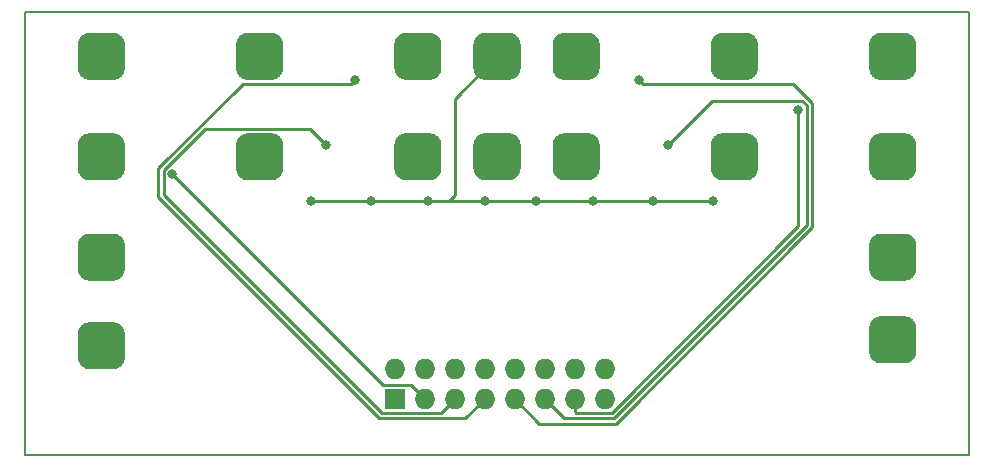
<source format=gbr>
G04 #@! TF.GenerationSoftware,KiCad,Pcbnew,(5.1.7-0-10_14)*
G04 #@! TF.CreationDate,2021-05-07T19:31:10+02:00*
G04 #@! TF.ProjectId,National Keyboard Mux Board,4e617469-6f6e-4616-9c20-4b6579626f61,rev?*
G04 #@! TF.SameCoordinates,Original*
G04 #@! TF.FileFunction,Copper,L2,Bot*
G04 #@! TF.FilePolarity,Positive*
%FSLAX46Y46*%
G04 Gerber Fmt 4.6, Leading zero omitted, Abs format (unit mm)*
G04 Created by KiCad (PCBNEW (5.1.7-0-10_14)) date 2021-05-07 19:31:10*
%MOMM*%
%LPD*%
G01*
G04 APERTURE LIST*
G04 #@! TA.AperFunction,Profile*
%ADD10C,0.150000*%
G04 #@! TD*
G04 #@! TA.AperFunction,ComponentPad*
%ADD11R,1.727200X1.727200*%
G04 #@! TD*
G04 #@! TA.AperFunction,ComponentPad*
%ADD12O,1.727200X1.727200*%
G04 #@! TD*
G04 #@! TA.AperFunction,ViaPad*
%ADD13C,0.800000*%
G04 #@! TD*
G04 #@! TA.AperFunction,Conductor*
%ADD14C,0.250000*%
G04 #@! TD*
G04 APERTURE END LIST*
D10*
X70000000Y-102250000D02*
X70000000Y-64750000D01*
X150000000Y-102250000D02*
X70000000Y-102250000D01*
X150000000Y-64750000D02*
X150000000Y-102250000D01*
X70000000Y-64750000D02*
X150000000Y-64750000D01*
D11*
X101346000Y-97500000D03*
D12*
X101346000Y-94960000D03*
X103886000Y-97500000D03*
X103886000Y-94960000D03*
X106426000Y-97500000D03*
X106426000Y-94960000D03*
X108966000Y-97500000D03*
X108966000Y-94960000D03*
X111506000Y-97500000D03*
X111506000Y-94960000D03*
X114046000Y-97500000D03*
X114046000Y-94960000D03*
X116586000Y-97500000D03*
X116586000Y-94960000D03*
X119126000Y-97500000D03*
X119126000Y-94960000D03*
G04 #@! TA.AperFunction,ComponentPad*
G36*
G01*
X74500000Y-86500000D02*
X74500000Y-84500000D01*
G75*
G02*
X75500000Y-83500000I1000000J0D01*
G01*
X77500000Y-83500000D01*
G75*
G02*
X78500000Y-84500000I0J-1000000D01*
G01*
X78500000Y-86500000D01*
G75*
G02*
X77500000Y-87500000I-1000000J0D01*
G01*
X75500000Y-87500000D01*
G75*
G02*
X74500000Y-86500000I0J1000000D01*
G01*
G37*
G04 #@! TD.AperFunction*
G04 #@! TA.AperFunction,ComponentPad*
G36*
G01*
X74500000Y-94000000D02*
X74500000Y-92000000D01*
G75*
G02*
X75500000Y-91000000I1000000J0D01*
G01*
X77500000Y-91000000D01*
G75*
G02*
X78500000Y-92000000I0J-1000000D01*
G01*
X78500000Y-94000000D01*
G75*
G02*
X77500000Y-95000000I-1000000J0D01*
G01*
X75500000Y-95000000D01*
G75*
G02*
X74500000Y-94000000I0J1000000D01*
G01*
G37*
G04 #@! TD.AperFunction*
G04 #@! TA.AperFunction,ComponentPad*
G36*
G01*
X74500000Y-69500000D02*
X74500000Y-67500000D01*
G75*
G02*
X75500000Y-66500000I1000000J0D01*
G01*
X77500000Y-66500000D01*
G75*
G02*
X78500000Y-67500000I0J-1000000D01*
G01*
X78500000Y-69500000D01*
G75*
G02*
X77500000Y-70500000I-1000000J0D01*
G01*
X75500000Y-70500000D01*
G75*
G02*
X74500000Y-69500000I0J1000000D01*
G01*
G37*
G04 #@! TD.AperFunction*
G04 #@! TA.AperFunction,ComponentPad*
G36*
G01*
X74500000Y-78000000D02*
X74500000Y-76000000D01*
G75*
G02*
X75500000Y-75000000I1000000J0D01*
G01*
X77500000Y-75000000D01*
G75*
G02*
X78500000Y-76000000I0J-1000000D01*
G01*
X78500000Y-78000000D01*
G75*
G02*
X77500000Y-79000000I-1000000J0D01*
G01*
X75500000Y-79000000D01*
G75*
G02*
X74500000Y-78000000I0J1000000D01*
G01*
G37*
G04 #@! TD.AperFunction*
G04 #@! TA.AperFunction,ComponentPad*
G36*
G01*
X87900000Y-69500000D02*
X87900000Y-67500000D01*
G75*
G02*
X88900000Y-66500000I1000000J0D01*
G01*
X90900000Y-66500000D01*
G75*
G02*
X91900000Y-67500000I0J-1000000D01*
G01*
X91900000Y-69500000D01*
G75*
G02*
X90900000Y-70500000I-1000000J0D01*
G01*
X88900000Y-70500000D01*
G75*
G02*
X87900000Y-69500000I0J1000000D01*
G01*
G37*
G04 #@! TD.AperFunction*
G04 #@! TA.AperFunction,ComponentPad*
G36*
G01*
X87900000Y-78000000D02*
X87900000Y-76000000D01*
G75*
G02*
X88900000Y-75000000I1000000J0D01*
G01*
X90900000Y-75000000D01*
G75*
G02*
X91900000Y-76000000I0J-1000000D01*
G01*
X91900000Y-78000000D01*
G75*
G02*
X90900000Y-79000000I-1000000J0D01*
G01*
X88900000Y-79000000D01*
G75*
G02*
X87900000Y-78000000I0J1000000D01*
G01*
G37*
G04 #@! TD.AperFunction*
G04 #@! TA.AperFunction,ComponentPad*
G36*
G01*
X101300000Y-69500000D02*
X101300000Y-67500000D01*
G75*
G02*
X102300000Y-66500000I1000000J0D01*
G01*
X104300000Y-66500000D01*
G75*
G02*
X105300000Y-67500000I0J-1000000D01*
G01*
X105300000Y-69500000D01*
G75*
G02*
X104300000Y-70500000I-1000000J0D01*
G01*
X102300000Y-70500000D01*
G75*
G02*
X101300000Y-69500000I0J1000000D01*
G01*
G37*
G04 #@! TD.AperFunction*
G04 #@! TA.AperFunction,ComponentPad*
G36*
G01*
X101300000Y-78000000D02*
X101300000Y-76000000D01*
G75*
G02*
X102300000Y-75000000I1000000J0D01*
G01*
X104300000Y-75000000D01*
G75*
G02*
X105300000Y-76000000I0J-1000000D01*
G01*
X105300000Y-78000000D01*
G75*
G02*
X104300000Y-79000000I-1000000J0D01*
G01*
X102300000Y-79000000D01*
G75*
G02*
X101300000Y-78000000I0J1000000D01*
G01*
G37*
G04 #@! TD.AperFunction*
G04 #@! TA.AperFunction,ComponentPad*
G36*
G01*
X114700000Y-69500000D02*
X114700000Y-67500000D01*
G75*
G02*
X115700000Y-66500000I1000000J0D01*
G01*
X117700000Y-66500000D01*
G75*
G02*
X118700000Y-67500000I0J-1000000D01*
G01*
X118700000Y-69500000D01*
G75*
G02*
X117700000Y-70500000I-1000000J0D01*
G01*
X115700000Y-70500000D01*
G75*
G02*
X114700000Y-69500000I0J1000000D01*
G01*
G37*
G04 #@! TD.AperFunction*
G04 #@! TA.AperFunction,ComponentPad*
G36*
G01*
X114700000Y-78000000D02*
X114700000Y-76000000D01*
G75*
G02*
X115700000Y-75000000I1000000J0D01*
G01*
X117700000Y-75000000D01*
G75*
G02*
X118700000Y-76000000I0J-1000000D01*
G01*
X118700000Y-78000000D01*
G75*
G02*
X117700000Y-79000000I-1000000J0D01*
G01*
X115700000Y-79000000D01*
G75*
G02*
X114700000Y-78000000I0J1000000D01*
G01*
G37*
G04 #@! TD.AperFunction*
G04 #@! TA.AperFunction,ComponentPad*
G36*
G01*
X128100000Y-69500000D02*
X128100000Y-67500000D01*
G75*
G02*
X129100000Y-66500000I1000000J0D01*
G01*
X131100000Y-66500000D01*
G75*
G02*
X132100000Y-67500000I0J-1000000D01*
G01*
X132100000Y-69500000D01*
G75*
G02*
X131100000Y-70500000I-1000000J0D01*
G01*
X129100000Y-70500000D01*
G75*
G02*
X128100000Y-69500000I0J1000000D01*
G01*
G37*
G04 #@! TD.AperFunction*
G04 #@! TA.AperFunction,ComponentPad*
G36*
G01*
X128100000Y-78000000D02*
X128100000Y-76000000D01*
G75*
G02*
X129100000Y-75000000I1000000J0D01*
G01*
X131100000Y-75000000D01*
G75*
G02*
X132100000Y-76000000I0J-1000000D01*
G01*
X132100000Y-78000000D01*
G75*
G02*
X131100000Y-79000000I-1000000J0D01*
G01*
X129100000Y-79000000D01*
G75*
G02*
X128100000Y-78000000I0J1000000D01*
G01*
G37*
G04 #@! TD.AperFunction*
G04 #@! TA.AperFunction,ComponentPad*
G36*
G01*
X141500000Y-69500000D02*
X141500000Y-67500000D01*
G75*
G02*
X142500000Y-66500000I1000000J0D01*
G01*
X144500000Y-66500000D01*
G75*
G02*
X145500000Y-67500000I0J-1000000D01*
G01*
X145500000Y-69500000D01*
G75*
G02*
X144500000Y-70500000I-1000000J0D01*
G01*
X142500000Y-70500000D01*
G75*
G02*
X141500000Y-69500000I0J1000000D01*
G01*
G37*
G04 #@! TD.AperFunction*
G04 #@! TA.AperFunction,ComponentPad*
G36*
G01*
X141500000Y-78000000D02*
X141500000Y-76000000D01*
G75*
G02*
X142500000Y-75000000I1000000J0D01*
G01*
X144500000Y-75000000D01*
G75*
G02*
X145500000Y-76000000I0J-1000000D01*
G01*
X145500000Y-78000000D01*
G75*
G02*
X144500000Y-79000000I-1000000J0D01*
G01*
X142500000Y-79000000D01*
G75*
G02*
X141500000Y-78000000I0J1000000D01*
G01*
G37*
G04 #@! TD.AperFunction*
G04 #@! TA.AperFunction,ComponentPad*
G36*
G01*
X141500000Y-86500000D02*
X141500000Y-84500000D01*
G75*
G02*
X142500000Y-83500000I1000000J0D01*
G01*
X144500000Y-83500000D01*
G75*
G02*
X145500000Y-84500000I0J-1000000D01*
G01*
X145500000Y-86500000D01*
G75*
G02*
X144500000Y-87500000I-1000000J0D01*
G01*
X142500000Y-87500000D01*
G75*
G02*
X141500000Y-86500000I0J1000000D01*
G01*
G37*
G04 #@! TD.AperFunction*
G04 #@! TA.AperFunction,ComponentPad*
G36*
G01*
X141500000Y-93500000D02*
X141500000Y-91500000D01*
G75*
G02*
X142500000Y-90500000I1000000J0D01*
G01*
X144500000Y-90500000D01*
G75*
G02*
X145500000Y-91500000I0J-1000000D01*
G01*
X145500000Y-93500000D01*
G75*
G02*
X144500000Y-94500000I-1000000J0D01*
G01*
X142500000Y-94500000D01*
G75*
G02*
X141500000Y-93500000I0J1000000D01*
G01*
G37*
G04 #@! TD.AperFunction*
G04 #@! TA.AperFunction,ComponentPad*
G36*
G01*
X108000000Y-69500000D02*
X108000000Y-67500000D01*
G75*
G02*
X109000000Y-66500000I1000000J0D01*
G01*
X111000000Y-66500000D01*
G75*
G02*
X112000000Y-67500000I0J-1000000D01*
G01*
X112000000Y-69500000D01*
G75*
G02*
X111000000Y-70500000I-1000000J0D01*
G01*
X109000000Y-70500000D01*
G75*
G02*
X108000000Y-69500000I0J1000000D01*
G01*
G37*
G04 #@! TD.AperFunction*
G04 #@! TA.AperFunction,ComponentPad*
G36*
G01*
X108000000Y-78000000D02*
X108000000Y-76000000D01*
G75*
G02*
X109000000Y-75000000I1000000J0D01*
G01*
X111000000Y-75000000D01*
G75*
G02*
X112000000Y-76000000I0J-1000000D01*
G01*
X112000000Y-78000000D01*
G75*
G02*
X111000000Y-79000000I-1000000J0D01*
G01*
X109000000Y-79000000D01*
G75*
G02*
X108000000Y-78000000I0J1000000D01*
G01*
G37*
G04 #@! TD.AperFunction*
D13*
X82500000Y-78500000D03*
X95500000Y-76000000D03*
X98000000Y-70500000D03*
X122000000Y-70500000D03*
X124500000Y-76000000D03*
X135500000Y-73000000D03*
X94234000Y-80772000D03*
X99314000Y-80772000D03*
X104140000Y-80772000D03*
X108966000Y-80772000D03*
X113284000Y-80772000D03*
X118110000Y-80772000D03*
X123190000Y-80772000D03*
X128270000Y-80772000D03*
D14*
X102697399Y-96311399D02*
X100311399Y-96311399D01*
X103886000Y-97500000D02*
X102697399Y-96311399D01*
X100311399Y-96311399D02*
X82500000Y-78500000D01*
X82500000Y-78500000D02*
X82500000Y-78500000D01*
X85252008Y-74674990D02*
X94174990Y-74674990D01*
X81774999Y-78151999D02*
X85252008Y-74674990D01*
X81774999Y-80241201D02*
X81774999Y-78151999D01*
X105237399Y-98688601D02*
X100222399Y-98688601D01*
X100222399Y-98688601D02*
X81774999Y-80241201D01*
X106426000Y-97500000D02*
X105237399Y-98688601D01*
X94174990Y-74674990D02*
X95500000Y-76000000D01*
X95500000Y-76000000D02*
X95500000Y-76000000D01*
X81324990Y-77965598D02*
X88465578Y-70825010D01*
X107327390Y-99138610D02*
X100035998Y-99138610D01*
X88465578Y-70825010D02*
X97674990Y-70825010D01*
X81324989Y-80427601D02*
X81324990Y-77965598D01*
X100035998Y-99138610D02*
X81324989Y-80427601D01*
X108966000Y-97500000D02*
X107327390Y-99138610D01*
X97674990Y-70825010D02*
X98000000Y-70500000D01*
X98000000Y-70500000D02*
X98000000Y-70500000D01*
X135034422Y-70825010D02*
X122325010Y-70825010D01*
X136675011Y-82982939D02*
X136675010Y-72465598D01*
X120069331Y-99588619D02*
X136675011Y-82982939D01*
X113594619Y-99588619D02*
X120069331Y-99588619D01*
X136675010Y-72465598D02*
X135034422Y-70825010D01*
X111506000Y-97500000D02*
X113594619Y-99588619D01*
X122325010Y-70825010D02*
X122000000Y-70500000D01*
X122000000Y-70500000D02*
X122000000Y-70500000D01*
X135848001Y-72274999D02*
X128225001Y-72274999D01*
X136225001Y-72651999D02*
X135848001Y-72274999D01*
X136225001Y-82796539D02*
X136225001Y-72651999D01*
X119882930Y-99138610D02*
X136225001Y-82796539D01*
X115684610Y-99138610D02*
X119882930Y-99138610D01*
X114046000Y-97500000D02*
X115684610Y-99138610D01*
X128225001Y-72274999D02*
X124500000Y-76000000D01*
X124500000Y-76000000D02*
X124500000Y-76000000D01*
X119696529Y-98688601D02*
X135500000Y-82885130D01*
X116688602Y-98688602D02*
X119696529Y-98688601D01*
X116586000Y-98586000D02*
X116688602Y-98688602D01*
X116586000Y-97500000D02*
X116586000Y-98586000D01*
X135500000Y-82885130D02*
X135500000Y-73000000D01*
X135500000Y-73000000D02*
X135500000Y-73000000D01*
X110000000Y-68500000D02*
X106426000Y-72074000D01*
X106426000Y-72074000D02*
X106426000Y-80264000D01*
X106426000Y-80264000D02*
X105918000Y-80772000D01*
X105918000Y-80772000D02*
X104140000Y-80772000D01*
X105918000Y-80772000D02*
X108966000Y-80772000D01*
X94234000Y-80772000D02*
X94234000Y-80772000D01*
X99314000Y-80772000D02*
X94234000Y-80772000D01*
X104140000Y-80772000D02*
X99314000Y-80772000D01*
X108966000Y-80772000D02*
X113284000Y-80772000D01*
X113284000Y-80772000D02*
X118110000Y-80772000D01*
X118110000Y-80772000D02*
X123190000Y-80772000D01*
X123190000Y-80772000D02*
X128270000Y-80772000D01*
X128270000Y-80772000D02*
X128270000Y-80772000D01*
M02*

</source>
